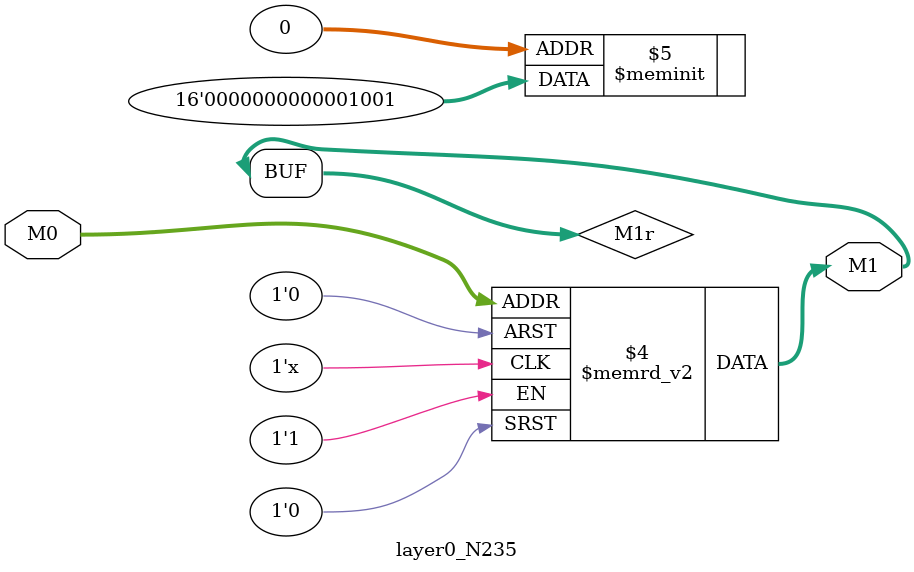
<source format=v>
module layer0_N235 ( input [2:0] M0, output [1:0] M1 );

	(*rom_style = "distributed" *) reg [1:0] M1r;
	assign M1 = M1r;
	always @ (M0) begin
		case (M0)
			3'b000: M1r = 2'b01;
			3'b100: M1r = 2'b00;
			3'b010: M1r = 2'b00;
			3'b110: M1r = 2'b00;
			3'b001: M1r = 2'b10;
			3'b101: M1r = 2'b00;
			3'b011: M1r = 2'b00;
			3'b111: M1r = 2'b00;

		endcase
	end
endmodule

</source>
